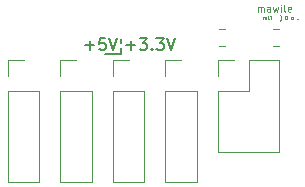
<source format=gbr>
G04 #@! TF.GenerationSoftware,KiCad,Pcbnew,5.0.2+dfsg1-1*
G04 #@! TF.CreationDate,2020-07-17T18:23:56-07:00*
G04 #@! TF.ProjectId,mawile,6d617769-6c65-42e6-9b69-6361645f7063,rev?*
G04 #@! TF.SameCoordinates,PX4c4db10PY99746c8*
G04 #@! TF.FileFunction,Legend,Top*
G04 #@! TF.FilePolarity,Positive*
%FSLAX46Y46*%
G04 Gerber Fmt 4.6, Leading zero omitted, Abs format (unit mm)*
G04 Created by KiCad (PCBNEW 5.0.2+dfsg1-1) date Fri 17 Jul 2020 06:23:56 PM PDT*
%MOMM*%
%LPD*%
G01*
G04 APERTURE LIST*
%ADD10C,0.075000*%
%ADD11C,0.100000*%
%ADD12C,0.200000*%
%ADD13C,0.120000*%
G04 APERTURE END LIST*
D10*
X22799857Y14977286D02*
X22799857Y15177286D01*
X22799857Y15148715D02*
X22814142Y15163000D01*
X22842714Y15177286D01*
X22885571Y15177286D01*
X22914142Y15163000D01*
X22928428Y15134429D01*
X22928428Y14977286D01*
X22928428Y15134429D02*
X22942714Y15163000D01*
X22971285Y15177286D01*
X23014142Y15177286D01*
X23042714Y15163000D01*
X23057000Y15134429D01*
X23057000Y14977286D01*
X23199857Y14977286D02*
X23199857Y15277286D01*
X23228428Y15091572D02*
X23314142Y14977286D01*
X23314142Y15177286D02*
X23199857Y15063000D01*
X23442714Y14977286D02*
X23442714Y15177286D01*
X23442714Y15277286D02*
X23428428Y15263000D01*
X23442714Y15248715D01*
X23457000Y15263000D01*
X23442714Y15277286D01*
X23442714Y15248715D01*
X24242714Y14863000D02*
X24257000Y14877286D01*
X24285571Y14920143D01*
X24299857Y14948715D01*
X24314142Y14991572D01*
X24328428Y15063000D01*
X24328428Y15120143D01*
X24314142Y15191572D01*
X24299857Y15234429D01*
X24285571Y15263000D01*
X24257000Y15305858D01*
X24242714Y15320143D01*
X24757000Y15277286D02*
X24785571Y15277286D01*
X24814142Y15263000D01*
X24828428Y15248715D01*
X24842714Y15220143D01*
X24857000Y15163000D01*
X24857000Y15091572D01*
X24842714Y15034429D01*
X24828428Y15005858D01*
X24814142Y14991572D01*
X24785571Y14977286D01*
X24757000Y14977286D01*
X24728428Y14991572D01*
X24714142Y15005858D01*
X24699857Y15034429D01*
X24685571Y15091572D01*
X24685571Y15163000D01*
X24699857Y15220143D01*
X24714142Y15248715D01*
X24728428Y15263000D01*
X24757000Y15277286D01*
X25257000Y14977286D02*
X25228428Y14991572D01*
X25214142Y15005858D01*
X25199857Y15034429D01*
X25199857Y15120143D01*
X25214142Y15148715D01*
X25228428Y15163000D01*
X25257000Y15177286D01*
X25299857Y15177286D01*
X25328428Y15163000D01*
X25342714Y15148715D01*
X25357000Y15120143D01*
X25357000Y15034429D01*
X25342714Y15005858D01*
X25328428Y14991572D01*
X25299857Y14977286D01*
X25257000Y14977286D01*
X25714142Y15005858D02*
X25728428Y14991572D01*
X25714142Y14977286D01*
X25699857Y14991572D01*
X25714142Y15005858D01*
X25714142Y14977286D01*
D11*
X22349000Y15603572D02*
X22349000Y16003572D01*
X22349000Y15946429D02*
X22377571Y15975000D01*
X22434714Y16003572D01*
X22520428Y16003572D01*
X22577571Y15975000D01*
X22606142Y15917858D01*
X22606142Y15603572D01*
X22606142Y15917858D02*
X22634714Y15975000D01*
X22691857Y16003572D01*
X22777571Y16003572D01*
X22834714Y15975000D01*
X22863285Y15917858D01*
X22863285Y15603572D01*
X23406142Y15603572D02*
X23406142Y15917858D01*
X23377571Y15975000D01*
X23320428Y16003572D01*
X23206142Y16003572D01*
X23149000Y15975000D01*
X23406142Y15632143D02*
X23349000Y15603572D01*
X23206142Y15603572D01*
X23149000Y15632143D01*
X23120428Y15689286D01*
X23120428Y15746429D01*
X23149000Y15803572D01*
X23206142Y15832143D01*
X23349000Y15832143D01*
X23406142Y15860715D01*
X23634714Y16003572D02*
X23749000Y15603572D01*
X23863285Y15889286D01*
X23977571Y15603572D01*
X24091857Y16003572D01*
X24320428Y15603572D02*
X24320428Y16003572D01*
X24320428Y16203572D02*
X24291857Y16175000D01*
X24320428Y16146429D01*
X24349000Y16175000D01*
X24320428Y16203572D01*
X24320428Y16146429D01*
X24691857Y15603572D02*
X24634714Y15632143D01*
X24606142Y15689286D01*
X24606142Y16203572D01*
X25149000Y15632143D02*
X25091857Y15603572D01*
X24977571Y15603572D01*
X24920428Y15632143D01*
X24891857Y15689286D01*
X24891857Y15917858D01*
X24920428Y15975000D01*
X24977571Y16003572D01*
X25091857Y16003572D01*
X25149000Y15975000D01*
X25177571Y15917858D01*
X25177571Y15860715D01*
X24891857Y15803572D01*
D12*
X10795000Y12065000D02*
X9398000Y12065000D01*
X10795000Y12065000D02*
X10795000Y12573000D01*
X10795000Y13335000D02*
X10795000Y12954000D01*
X11208000Y12755572D02*
X11969904Y12755572D01*
X11588952Y12374620D02*
X11588952Y13136524D01*
X12350857Y13374620D02*
X12969904Y13374620D01*
X12636571Y12993667D01*
X12779428Y12993667D01*
X12874666Y12946048D01*
X12922285Y12898429D01*
X12969904Y12803191D01*
X12969904Y12565096D01*
X12922285Y12469858D01*
X12874666Y12422239D01*
X12779428Y12374620D01*
X12493714Y12374620D01*
X12398476Y12422239D01*
X12350857Y12469858D01*
X13398476Y12469858D02*
X13446095Y12422239D01*
X13398476Y12374620D01*
X13350857Y12422239D01*
X13398476Y12469858D01*
X13398476Y12374620D01*
X13779428Y13374620D02*
X14398476Y13374620D01*
X14065142Y12993667D01*
X14208000Y12993667D01*
X14303238Y12946048D01*
X14350857Y12898429D01*
X14398476Y12803191D01*
X14398476Y12565096D01*
X14350857Y12469858D01*
X14303238Y12422239D01*
X14208000Y12374620D01*
X13922285Y12374620D01*
X13827047Y12422239D01*
X13779428Y12469858D01*
X14684190Y13374620D02*
X15017523Y12374620D01*
X15350857Y13374620D01*
X7731285Y12755572D02*
X8493190Y12755572D01*
X8112238Y12374620D02*
X8112238Y13136524D01*
X9445571Y13374620D02*
X8969380Y13374620D01*
X8921761Y12898429D01*
X8969380Y12946048D01*
X9064619Y12993667D01*
X9302714Y12993667D01*
X9397952Y12946048D01*
X9445571Y12898429D01*
X9493190Y12803191D01*
X9493190Y12565096D01*
X9445571Y12469858D01*
X9397952Y12422239D01*
X9302714Y12374620D01*
X9064619Y12374620D01*
X8969380Y12422239D01*
X8921761Y12469858D01*
X9778904Y13374620D02*
X10112238Y12374620D01*
X10445571Y13374620D01*
D13*
G04 #@! TO.C,C1*
X19565252Y14172000D02*
X19042748Y14172000D01*
X19565252Y12752000D02*
X19042748Y12752000D01*
G04 #@! TO.C,C2*
X23614748Y14172000D02*
X24137252Y14172000D01*
X23614748Y12752000D02*
X24137252Y12752000D01*
G04 #@! TO.C,J1*
X18990000Y3750000D02*
X24190000Y3750000D01*
X18990000Y8890000D02*
X18990000Y3750000D01*
X24190000Y11490000D02*
X24190000Y3750000D01*
X18990000Y8890000D02*
X21590000Y8890000D01*
X21590000Y8890000D02*
X21590000Y11490000D01*
X21590000Y11490000D02*
X24190000Y11490000D01*
X18990000Y10160000D02*
X18990000Y11490000D01*
X18990000Y11490000D02*
X20320000Y11490000D01*
G04 #@! TO.C,J2*
X14545000Y1210000D02*
X17205000Y1210000D01*
X14545000Y8890000D02*
X14545000Y1210000D01*
X17205000Y8890000D02*
X17205000Y1210000D01*
X14545000Y8890000D02*
X17205000Y8890000D01*
X14545000Y10160000D02*
X14545000Y11490000D01*
X14545000Y11490000D02*
X15875000Y11490000D01*
G04 #@! TO.C,J3*
X10100000Y11490000D02*
X11430000Y11490000D01*
X10100000Y10160000D02*
X10100000Y11490000D01*
X10100000Y8890000D02*
X12760000Y8890000D01*
X12760000Y8890000D02*
X12760000Y1210000D01*
X10100000Y8890000D02*
X10100000Y1210000D01*
X10100000Y1210000D02*
X12760000Y1210000D01*
G04 #@! TO.C,J4*
X5655000Y1210000D02*
X8315000Y1210000D01*
X5655000Y8890000D02*
X5655000Y1210000D01*
X8315000Y8890000D02*
X8315000Y1210000D01*
X5655000Y8890000D02*
X8315000Y8890000D01*
X5655000Y10160000D02*
X5655000Y11490000D01*
X5655000Y11490000D02*
X6985000Y11490000D01*
G04 #@! TO.C,J5*
X1210000Y11490000D02*
X2540000Y11490000D01*
X1210000Y10160000D02*
X1210000Y11490000D01*
X1210000Y8890000D02*
X3870000Y8890000D01*
X3870000Y8890000D02*
X3870000Y1210000D01*
X1210000Y8890000D02*
X1210000Y1210000D01*
X1210000Y1210000D02*
X3870000Y1210000D01*
G04 #@! TD*
M02*

</source>
